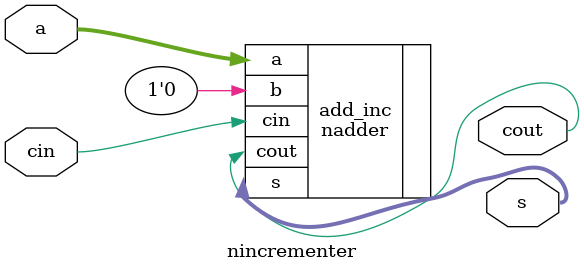
<source format=sv>
module nincrementer #(parameter N=32) (
    output logic [N-1:0] s,
    output logic cout,
    input logic [N-1:0] a,
    input logic cin
);

nadder #(
    .N(N)
) add_inc (
    .a(a),
    .b('0),
    .cin(cin),
    .s(s),
    .cout(cout)
);

endmodule
</source>
